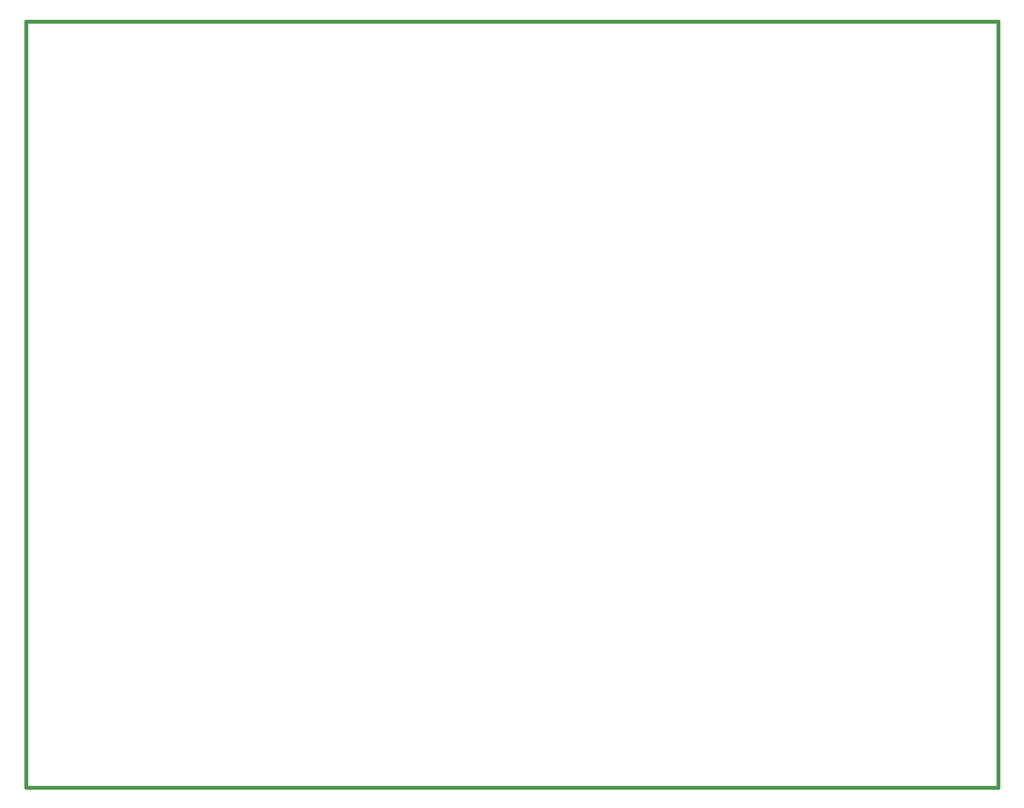
<source format=gbo>
G04 (created by PCBNEW-RS274X (2010-03-14)-final) date Sun 26 Sep 2010 04:53:47 PM PDT*
G01*
G70*
G90*
%MOIN*%
G04 Gerber Fmt 3.4, Leading zero omitted, Abs format*
%FSLAX34Y34*%
G04 APERTURE LIST*
%ADD10C,0.006000*%
%ADD11C,0.015000*%
G04 APERTURE END LIST*
G54D10*
G54D11*
X21000Y-28000D02*
X27500Y-28000D01*
X21000Y-61500D02*
X21000Y-28000D01*
X27500Y-61500D02*
X21000Y-61500D01*
X63500Y-61500D02*
X27500Y-61500D01*
X63500Y-28000D02*
X63500Y-61500D01*
X27500Y-28000D02*
X63500Y-28000D01*
X21000Y-61500D02*
X21000Y-28000D01*
M02*

</source>
